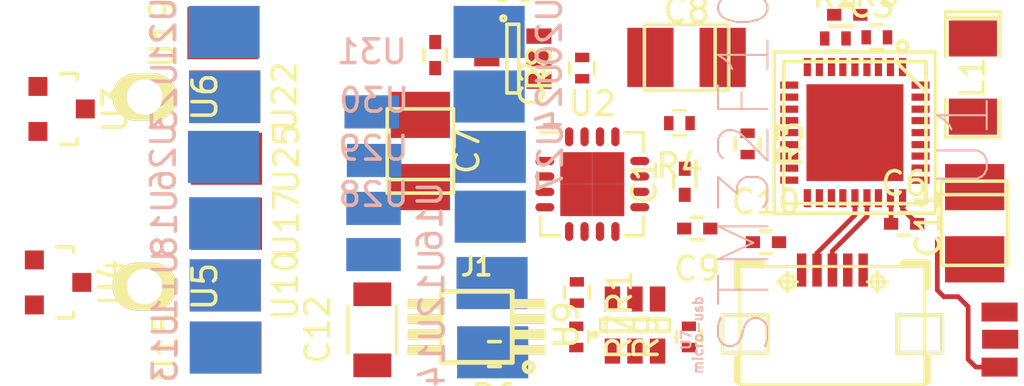
<source format=kicad_pcb>
(kicad_pcb (version 4) (host pcbnew 4.0.2-stable)

  (general
    (links 101)
    (no_connects 97)
    (area 72.925 149.012645 119.59 170.42119)
    (thickness 1.6)
    (drawings 8)
    (tracks 17)
    (zones 0)
    (modules 55)
    (nets 35)
  )

  (page A4)
  (layers
    (0 F.Cu signal)
    (31 B.Cu signal)
    (32 B.Adhes user hide)
    (33 F.Adhes user hide)
    (34 B.Paste user hide)
    (35 F.Paste user hide)
    (36 B.SilkS user hide)
    (37 F.SilkS user hide)
    (38 B.Mask user hide)
    (39 F.Mask user hide)
    (40 Dwgs.User user hide)
    (41 Cmts.User user hide)
    (42 Eco1.User user hide)
    (43 Eco2.User user)
    (44 Edge.Cuts user)
    (45 Margin user)
    (46 B.CrtYd user)
    (47 F.CrtYd user hide)
    (48 B.Fab user hide)
    (49 F.Fab user)
  )

  (setup
    (last_trace_width 0.2)
    (user_trace_width 0.1)
    (user_trace_width 0.15)
    (user_trace_width 0.2)
    (user_trace_width 0.25)
    (user_trace_width 0.3)
    (user_trace_width 0.4)
    (trace_clearance 0.2)
    (zone_clearance 0.508)
    (zone_45_only no)
    (trace_min 0.1)
    (segment_width 0.2)
    (edge_width 0.15)
    (via_size 0.6)
    (via_drill 0.4)
    (via_min_size 0.4)
    (via_min_drill 0.3)
    (user_via 0.6 0.3)
    (uvia_size 0.3)
    (uvia_drill 0.1)
    (uvias_allowed no)
    (uvia_min_size 0.2)
    (uvia_min_drill 0.1)
    (pcb_text_width 0.3)
    (pcb_text_size 1.5 1.5)
    (mod_edge_width 0.15)
    (mod_text_size 1 1)
    (mod_text_width 0.15)
    (pad_size 2.2 3)
    (pad_drill 0)
    (pad_to_mask_clearance 0.2)
    (aux_axis_origin 0 0)
    (grid_origin 90 163)
    (visible_elements 7FFFFE19)
    (pcbplotparams
      (layerselection 0x00030_80000001)
      (usegerberextensions false)
      (excludeedgelayer true)
      (linewidth 0.100000)
      (plotframeref false)
      (viasonmask false)
      (mode 1)
      (useauxorigin false)
      (hpglpennumber 1)
      (hpglpenspeed 20)
      (hpglpendiameter 15)
      (hpglpenoverlay 2)
      (psnegative false)
      (psa4output false)
      (plotreference true)
      (plotvalue true)
      (plotinvisibletext false)
      (padsonsilk false)
      (subtractmaskfromsilk false)
      (outputformat 1)
      (mirror false)
      (drillshape 1)
      (scaleselection 1)
      (outputdirectory ""))
  )

  (net 0 "")
  (net 1 "Net-(C1-Pad1)")
  (net 2 "Net-(C1-Pad2)")
  (net 3 "Net-(C2-Pad1)")
  (net 4 +8V)
  (net 5 "Net-(C3-Pad1)")
  (net 6 GND)
  (net 7 +3V3)
  (net 8 VBUS)
  (net 9 MCU_RXD0)
  (net 10 DIR)
  (net 11 MCU_TXD0)
  (net 12 "Net-(R1-Pad1)")
  (net 13 ADC)
  (net 14 nSLEEP)
  (net 15 nFAULT)
  (net 16 "Net-(R5-Pad1)")
  (net 17 "Net-(R8-Pad1)")
  (net 18 "Net-(R9-Pad1)")
  (net 19 PWM)
  (net 20 IN1)
  (net 21 IN2)
  (net 22 HALL2)
  (net 23 HALL1)
  (net 24 "Net-(U2-Pad6)")
  (net 25 "Net-(U2-Pad9)")
  (net 26 A)
  (net 27 B)
  (net 28 D-)
  (net 29 D+)
  (net 30 "Net-(U10-Pad1)")
  (net 31 OUT2)
  (net 32 OUT1)
  (net 33 SWDIO)
  (net 34 SWCLK)

  (net_class Default "To jest domyślna klasa połączeń."
    (clearance 0.2)
    (trace_width 0.25)
    (via_dia 0.6)
    (via_drill 0.4)
    (uvia_dia 0.3)
    (uvia_drill 0.1)
    (add_net +3V3)
    (add_net +8V)
    (add_net A)
    (add_net ADC)
    (add_net B)
    (add_net D+)
    (add_net D-)
    (add_net DIR)
    (add_net GND)
    (add_net HALL1)
    (add_net HALL2)
    (add_net IN1)
    (add_net IN2)
    (add_net MCU_RXD0)
    (add_net MCU_TXD0)
    (add_net "Net-(C1-Pad1)")
    (add_net "Net-(C1-Pad2)")
    (add_net "Net-(C2-Pad1)")
    (add_net "Net-(C3-Pad1)")
    (add_net "Net-(R1-Pad1)")
    (add_net "Net-(R5-Pad1)")
    (add_net "Net-(R8-Pad1)")
    (add_net "Net-(R9-Pad1)")
    (add_net "Net-(U10-Pad1)")
    (add_net "Net-(U2-Pad6)")
    (add_net "Net-(U2-Pad9)")
    (add_net OUT1)
    (add_net OUT2)
    (add_net PWM)
    (add_net SWCLK)
    (add_net SWDIO)
    (add_net VBUS)
    (add_net nFAULT)
    (add_net nSLEEP)
  )

  (module stm32f103t8u:untitled-QFN50P600X600X100-37N (layer F.Cu) (tedit 200000) (tstamp 577B22F3)
    (at 109.95 157.5 270)
    (path /577A59CC)
    (attr smd)
    (fp_text reference U1 (at 0.3556 -4.5974 270) (layer B.SilkS)
      (effects (font (size 2.0828 2.0828) (thickness 0.0889)))
    )
    (fp_text value STM32F103 (at 0.5842 4.6482 270) (layer B.SilkS)
      (effects (font (size 2.0828 2.0828) (thickness 0.0889)))
    )
    (fp_line (start 3.4036 3.4036) (end -3.4036 3.4036) (layer F.SilkS) (width 0.1524))
    (fp_line (start -3.4036 3.4036) (end -3.4036 -3.4036) (layer F.SilkS) (width 0.1524))
    (fp_line (start -3.4036 -3.4036) (end 3.4036 -3.4036) (layer F.SilkS) (width 0.1524))
    (fp_line (start 3.4036 -3.4036) (end 3.4036 3.4036) (layer F.SilkS) (width 0.1524))
    (fp_line (start 2.9972 -2.4892) (end 2.9972 -2.9972) (layer F.SilkS) (width 0.1524))
    (fp_line (start 2.4892 2.9972) (end 2.9972 2.9972) (layer F.SilkS) (width 0.1524))
    (fp_line (start -2.9972 2.4892) (end -2.9972 2.9972) (layer F.SilkS) (width 0.1524))
    (fp_line (start -2.4892 -2.9972) (end -2.9972 -2.9972) (layer F.SilkS) (width 0.1524))
    (fp_line (start -2.9972 2.9972) (end -2.4892 2.9972) (layer F.SilkS) (width 0.1524))
    (fp_line (start 2.9972 2.9972) (end 2.9972 2.4892) (layer F.SilkS) (width 0.1524))
    (fp_line (start 2.9972 -2.9972) (end 2.4892 -2.9972) (layer F.SilkS) (width 0.1524))
    (fp_line (start -2.9972 -2.9972) (end -2.9972 -2.4892) (layer F.SilkS) (width 0.1524))
    (fp_line (start -2.9972 -1.7272) (end -1.7272 -2.9972) (layer F.SilkS) (width 0.1524))
    (fp_line (start -2.9972 2.9972) (end 2.9972 2.9972) (layer F.SilkS) (width 0.1524))
    (fp_line (start 2.9972 2.9972) (end 2.9972 -2.9972) (layer F.SilkS) (width 0.1524))
    (fp_line (start 2.9972 -2.9972) (end -2.9972 -2.9972) (layer F.SilkS) (width 0.1524))
    (fp_line (start -2.9972 -2.9972) (end -2.9972 2.9972) (layer F.SilkS) (width 0.1524))
    (fp_arc (start -3.65506 -1.9939) (end -3.4798 -1.8796) (angle 294) (layer F.SilkS) (width 0.1524))
    (fp_arc (start -3.6576 -2.0066) (end -3.4544 -2.0066) (angle 180) (layer F.SilkS) (width 0.1524))
    (fp_arc (start -3.6576 -2.0066) (end -3.8608 -2.0066) (angle 180) (layer F.SilkS) (width 0.1524))
    (pad 1 smd rect (at -2.7686 -2.0066 270) (size 0.762 0.3048) (layers F.Cu F.Paste F.Mask)
      (net 7 +3V3))
    (pad 2 smd rect (at -2.7686 -1.4986 270) (size 0.762 0.3048) (layers F.Cu F.Paste F.Mask))
    (pad 3 smd rect (at -2.7686 -0.9906 270) (size 0.762 0.3048) (layers F.Cu F.Paste F.Mask))
    (pad 4 smd rect (at -2.7686 -0.508 270) (size 0.762 0.3048) (layers F.Cu F.Paste F.Mask)
      (net 16 "Net-(R5-Pad1)"))
    (pad 5 smd rect (at -2.7686 0 270) (size 0.762 0.3048) (layers F.Cu F.Paste F.Mask)
      (net 6 GND))
    (pad 6 smd rect (at -2.7686 0.508 270) (size 0.762 0.3048) (layers F.Cu F.Paste F.Mask)
      (net 5 "Net-(C3-Pad1)"))
    (pad 7 smd rect (at -2.7686 0.9906 270) (size 0.762 0.3048) (layers F.Cu F.Paste F.Mask))
    (pad 8 smd rect (at -2.7686 1.4986 270) (size 0.762 0.3048) (layers F.Cu F.Paste F.Mask)
      (net 13 ADC))
    (pad 9 smd rect (at -2.7686 2.0066 270) (size 0.762 0.3048) (layers F.Cu F.Paste F.Mask))
    (pad 10 smd rect (at -2.0066 2.7686) (size 0.762 0.3048) (layers F.Cu F.Paste F.Mask)
      (net 21 IN2))
    (pad 11 smd rect (at -1.4986 2.7686) (size 0.762 0.3048) (layers F.Cu F.Paste F.Mask)
      (net 20 IN1))
    (pad 12 smd rect (at -0.9906 2.7686) (size 0.762 0.3048) (layers F.Cu F.Paste F.Mask)
      (net 10 DIR))
    (pad 13 smd rect (at -0.508 2.7686) (size 0.762 0.3048) (layers F.Cu F.Paste F.Mask)
      (net 15 nFAULT))
    (pad 14 smd rect (at 0 2.7686) (size 0.762 0.3048) (layers F.Cu F.Paste F.Mask)
      (net 14 nSLEEP))
    (pad 15 smd rect (at 0.508 2.7686) (size 0.762 0.3048) (layers F.Cu F.Paste F.Mask))
    (pad 16 smd rect (at 0.9906 2.7686) (size 0.762 0.3048) (layers F.Cu F.Paste F.Mask))
    (pad 17 smd rect (at 1.4986 2.7686) (size 0.762 0.3048) (layers F.Cu F.Paste F.Mask))
    (pad 18 smd rect (at 2.0066 2.7686) (size 0.762 0.3048) (layers F.Cu F.Paste F.Mask)
      (net 6 GND))
    (pad 19 smd rect (at 2.7686 2.0066 90) (size 0.762 0.3048) (layers F.Cu F.Paste F.Mask)
      (net 7 +3V3))
    (pad 20 smd rect (at 2.7686 1.4986 90) (size 0.762 0.3048) (layers F.Cu F.Paste F.Mask)
      (net 19 PWM))
    (pad 21 smd rect (at 2.7686 0.9906 90) (size 0.762 0.3048) (layers F.Cu F.Paste F.Mask)
      (net 11 MCU_TXD0))
    (pad 22 smd rect (at 2.7686 0.508 90) (size 0.762 0.3048) (layers F.Cu F.Paste F.Mask)
      (net 9 MCU_RXD0))
    (pad 23 smd rect (at 2.7686 0 90) (size 0.762 0.3048) (layers F.Cu F.Paste F.Mask)
      (net 28 D-))
    (pad 24 smd rect (at 2.7686 -0.508 90) (size 0.762 0.3048) (layers F.Cu F.Paste F.Mask)
      (net 29 D+))
    (pad 25 smd rect (at 2.7686 -0.9906 90) (size 0.762 0.3048) (layers F.Cu F.Paste F.Mask)
      (net 33 SWDIO))
    (pad 26 smd rect (at 2.7686 -1.4986 90) (size 0.762 0.3048) (layers F.Cu F.Paste F.Mask)
      (net 6 GND))
    (pad 27 smd rect (at 2.7686 -2.0066 90) (size 0.762 0.3048) (layers F.Cu F.Paste F.Mask)
      (net 7 +3V3))
    (pad 28 smd rect (at 2.0066 -2.7686 180) (size 0.762 0.3048) (layers F.Cu F.Paste F.Mask)
      (net 34 SWCLK))
    (pad 29 smd rect (at 1.4986 -2.7686 180) (size 0.762 0.3048) (layers F.Cu F.Paste F.Mask))
    (pad 30 smd rect (at 0.9906 -2.7686 180) (size 0.762 0.3048) (layers F.Cu F.Paste F.Mask))
    (pad 31 smd rect (at 0.508 -2.7686 180) (size 0.762 0.3048) (layers F.Cu F.Paste F.Mask))
    (pad 32 smd rect (at 0 -2.7686 180) (size 0.762 0.3048) (layers F.Cu F.Paste F.Mask))
    (pad 33 smd rect (at -0.508 -2.7686 180) (size 0.762 0.3048) (layers F.Cu F.Paste F.Mask)
      (net 22 HALL2))
    (pad 34 smd rect (at -0.9906 -2.7686 180) (size 0.762 0.3048) (layers F.Cu F.Paste F.Mask)
      (net 23 HALL1))
    (pad 35 smd rect (at -1.4986 -2.7686 180) (size 0.762 0.3048) (layers F.Cu F.Paste F.Mask))
    (pad 36 smd rect (at -2.0066 -2.7686 180) (size 0.762 0.3048) (layers F.Cu F.Paste F.Mask)
      (net 6 GND))
    (pad 37 smd rect (at 0 0 270) (size 4.0894 4.0894) (layers F.Cu F.Paste F.Mask))
  )

  (module Capacitors_SMD:C_0402 (layer F.Cu) (tedit 5415D599) (tstamp 57923AEA)
    (at 102.775 159.575 90)
    (descr "Capacitor SMD 0402, reflow soldering, AVX (see smccp.pdf)")
    (tags "capacitor 0402")
    (path /577A7895)
    (attr smd)
    (fp_text reference C1 (at 0 -1.7 90) (layer F.SilkS)
      (effects (font (size 1 1) (thickness 0.15)))
    )
    (fp_text value C_Small (at 0 1.7 90) (layer F.Fab)
      (effects (font (size 1 1) (thickness 0.15)))
    )
    (fp_line (start -1.15 -0.6) (end 1.15 -0.6) (layer F.CrtYd) (width 0.05))
    (fp_line (start -1.15 0.6) (end 1.15 0.6) (layer F.CrtYd) (width 0.05))
    (fp_line (start -1.15 -0.6) (end -1.15 0.6) (layer F.CrtYd) (width 0.05))
    (fp_line (start 1.15 -0.6) (end 1.15 0.6) (layer F.CrtYd) (width 0.05))
    (fp_line (start 0.25 -0.475) (end -0.25 -0.475) (layer F.SilkS) (width 0.15))
    (fp_line (start -0.25 0.475) (end 0.25 0.475) (layer F.SilkS) (width 0.15))
    (pad 1 smd rect (at -0.55 0 90) (size 0.6 0.5) (layers F.Cu F.Paste F.Mask)
      (net 1 "Net-(C1-Pad1)"))
    (pad 2 smd rect (at 0.55 0 90) (size 0.6 0.5) (layers F.Cu F.Paste F.Mask)
      (net 2 "Net-(C1-Pad2)"))
    (model Capacitors_SMD.3dshapes/C_0402.wrl
      (at (xyz 0 0 0))
      (scale (xyz 1 1 1))
      (rotate (xyz 0 0 0))
    )
  )

  (module Capacitors_SMD:C_0402 (layer F.Cu) (tedit 5790B26D) (tstamp 57923AF0)
    (at 92.25 154.225 90)
    (descr "Capacitor SMD 0402, reflow soldering, AVX (see smccp.pdf)")
    (tags "capacitor 0402")
    (path /577A7916)
    (attr smd)
    (fp_text reference C2 (at -1.225 4.1 90) (layer F.SilkS)
      (effects (font (size 1 1) (thickness 0.15)))
    )
    (fp_text value C_Small (at 0 1.7 90) (layer F.Fab)
      (effects (font (size 1 1) (thickness 0.15)))
    )
    (fp_line (start -1.15 -0.6) (end 1.15 -0.6) (layer F.CrtYd) (width 0.05))
    (fp_line (start -1.15 0.6) (end 1.15 0.6) (layer F.CrtYd) (width 0.05))
    (fp_line (start -1.15 -0.6) (end -1.15 0.6) (layer F.CrtYd) (width 0.05))
    (fp_line (start 1.15 -0.6) (end 1.15 0.6) (layer F.CrtYd) (width 0.05))
    (fp_line (start 0.25 -0.475) (end -0.25 -0.475) (layer F.SilkS) (width 0.15))
    (fp_line (start -0.25 0.475) (end 0.25 0.475) (layer F.SilkS) (width 0.15))
    (pad 1 smd rect (at -0.55 0 90) (size 0.6 0.5) (layers F.Cu F.Paste F.Mask)
      (net 3 "Net-(C2-Pad1)"))
    (pad 2 smd rect (at 0.55 0 90) (size 0.6 0.5) (layers F.Cu F.Paste F.Mask)
      (net 4 +8V))
    (model Capacitors_SMD.3dshapes/C_0402.wrl
      (at (xyz 0 0 0))
      (scale (xyz 1 1 1))
      (rotate (xyz 0 0 0))
    )
  )

  (module Capacitors_SMD:C_0402 (layer F.Cu) (tedit 5796138D) (tstamp 57923AF6)
    (at 109.625 152.525)
    (descr "Capacitor SMD 0402, reflow soldering, AVX (see smccp.pdf)")
    (tags "capacitor 0402")
    (path /577A7A9A)
    (attr smd)
    (fp_text reference C3 (at 1.025 -0.4) (layer F.SilkS)
      (effects (font (size 1 1) (thickness 0.15)))
    )
    (fp_text value C_Small (at 0 1.7) (layer F.Fab)
      (effects (font (size 1 1) (thickness 0.15)))
    )
    (fp_line (start -1.15 -0.6) (end 1.15 -0.6) (layer F.CrtYd) (width 0.05))
    (fp_line (start -1.15 0.6) (end 1.15 0.6) (layer F.CrtYd) (width 0.05))
    (fp_line (start -1.15 -0.6) (end -1.15 0.6) (layer F.CrtYd) (width 0.05))
    (fp_line (start 1.15 -0.6) (end 1.15 0.6) (layer F.CrtYd) (width 0.05))
    (fp_line (start 0.25 -0.475) (end -0.25 -0.475) (layer F.SilkS) (width 0.15))
    (fp_line (start -0.25 0.475) (end 0.25 0.475) (layer F.SilkS) (width 0.15))
    (pad 1 smd rect (at -0.55 0) (size 0.6 0.5) (layers F.Cu F.Paste F.Mask)
      (net 5 "Net-(C3-Pad1)"))
    (pad 2 smd rect (at 0.55 0) (size 0.6 0.5) (layers F.Cu F.Paste F.Mask)
      (net 6 GND))
    (model Capacitors_SMD.3dshapes/C_0402.wrl
      (at (xyz 0 0 0))
      (scale (xyz 1 1 1))
      (rotate (xyz 0 0 0))
    )
  )

  (module Capacitors_SMD:C_0402 (layer F.Cu) (tedit 5415D599) (tstamp 57923B08)
    (at 112.025 161.35)
    (descr "Capacitor SMD 0402, reflow soldering, AVX (see smccp.pdf)")
    (tags "capacitor 0402")
    (path /577D7C5A)
    (attr smd)
    (fp_text reference C6 (at 0 -1.7) (layer F.SilkS)
      (effects (font (size 1 1) (thickness 0.15)))
    )
    (fp_text value C_Small (at 0 1.7) (layer F.Fab)
      (effects (font (size 1 1) (thickness 0.15)))
    )
    (fp_line (start -1.15 -0.6) (end 1.15 -0.6) (layer F.CrtYd) (width 0.05))
    (fp_line (start -1.15 0.6) (end 1.15 0.6) (layer F.CrtYd) (width 0.05))
    (fp_line (start -1.15 -0.6) (end -1.15 0.6) (layer F.CrtYd) (width 0.05))
    (fp_line (start 1.15 -0.6) (end 1.15 0.6) (layer F.CrtYd) (width 0.05))
    (fp_line (start 0.25 -0.475) (end -0.25 -0.475) (layer F.SilkS) (width 0.15))
    (fp_line (start -0.25 0.475) (end 0.25 0.475) (layer F.SilkS) (width 0.15))
    (pad 1 smd rect (at -0.55 0) (size 0.6 0.5) (layers F.Cu F.Paste F.Mask)
      (net 6 GND))
    (pad 2 smd rect (at 0.55 0) (size 0.6 0.5) (layers F.Cu F.Paste F.Mask)
      (net 7 +3V3))
    (model Capacitors_SMD.3dshapes/C_0402.wrl
      (at (xyz 0 0 0))
      (scale (xyz 1 1 1))
      (rotate (xyz 0 0 0))
    )
  )

  (module Capacitors_SMD:C_0402 (layer F.Cu) (tedit 5415D599) (tstamp 57923B1A)
    (at 103.3 161.55 180)
    (descr "Capacitor SMD 0402, reflow soldering, AVX (see smccp.pdf)")
    (tags "capacitor 0402")
    (path /578FDA3B)
    (attr smd)
    (fp_text reference C9 (at 0 -1.7 180) (layer F.SilkS)
      (effects (font (size 1 1) (thickness 0.15)))
    )
    (fp_text value C_Small (at 0 1.7 180) (layer F.Fab)
      (effects (font (size 1 1) (thickness 0.15)))
    )
    (fp_line (start -1.15 -0.6) (end 1.15 -0.6) (layer F.CrtYd) (width 0.05))
    (fp_line (start -1.15 0.6) (end 1.15 0.6) (layer F.CrtYd) (width 0.05))
    (fp_line (start -1.15 -0.6) (end -1.15 0.6) (layer F.CrtYd) (width 0.05))
    (fp_line (start 1.15 -0.6) (end 1.15 0.6) (layer F.CrtYd) (width 0.05))
    (fp_line (start 0.25 -0.475) (end -0.25 -0.475) (layer F.SilkS) (width 0.15))
    (fp_line (start -0.25 0.475) (end 0.25 0.475) (layer F.SilkS) (width 0.15))
    (pad 1 smd rect (at -0.55 0 180) (size 0.6 0.5) (layers F.Cu F.Paste F.Mask)
      (net 6 GND))
    (pad 2 smd rect (at 0.55 0 180) (size 0.6 0.5) (layers F.Cu F.Paste F.Mask)
      (net 4 +8V))
    (model Capacitors_SMD.3dshapes/C_0402.wrl
      (at (xyz 0 0 0))
      (scale (xyz 1 1 1))
      (rotate (xyz 0 0 0))
    )
  )

  (module Capacitors_SMD:C_0402 (layer F.Cu) (tedit 5415D599) (tstamp 57923B20)
    (at 106.2 162.125)
    (descr "Capacitor SMD 0402, reflow soldering, AVX (see smccp.pdf)")
    (tags "capacitor 0402")
    (path /577D150E)
    (attr smd)
    (fp_text reference C10 (at 0 -1.7) (layer F.SilkS)
      (effects (font (size 1 1) (thickness 0.15)))
    )
    (fp_text value C_Small (at 0 1.7) (layer F.Fab)
      (effects (font (size 1 1) (thickness 0.15)))
    )
    (fp_line (start -1.15 -0.6) (end 1.15 -0.6) (layer F.CrtYd) (width 0.05))
    (fp_line (start -1.15 0.6) (end 1.15 0.6) (layer F.CrtYd) (width 0.05))
    (fp_line (start -1.15 -0.6) (end -1.15 0.6) (layer F.CrtYd) (width 0.05))
    (fp_line (start 1.15 -0.6) (end 1.15 0.6) (layer F.CrtYd) (width 0.05))
    (fp_line (start 0.25 -0.475) (end -0.25 -0.475) (layer F.SilkS) (width 0.15))
    (fp_line (start -0.25 0.475) (end 0.25 0.475) (layer F.SilkS) (width 0.15))
    (pad 1 smd rect (at -0.55 0) (size 0.6 0.5) (layers F.Cu F.Paste F.Mask)
      (net 6 GND))
    (pad 2 smd rect (at 0.55 0) (size 0.6 0.5) (layers F.Cu F.Paste F.Mask)
      (net 8 VBUS))
    (model Capacitors_SMD.3dshapes/C_0402.wrl
      (at (xyz 0 0 0))
      (scale (xyz 1 1 1))
      (rotate (xyz 0 0 0))
    )
  )

  (module SN65HVD3082EDGK:VSSOP8_P0.65mm_W3mm (layer F.Cu) (tedit 579613D7) (tstamp 57923B38)
    (at 94 165.7 180)
    (path /577BF6CC)
    (solder_mask_margin 0.0762)
    (solder_paste_margin -0.0254)
    (attr smd)
    (fp_text reference J1 (at 0 2.54 180) (layer F.SilkS)
      (effects (font (size 0.762 0.762) (thickness 0.1524)))
    )
    (fp_text value SN65HVD3082EDGK (at 0 -3.6 180) (layer F.SilkS) hide
      (effects (font (size 0.762 0.762) (thickness 0.1524)))
    )
    (fp_circle (center -2.2 -1.7) (end -2.2 -1.5) (layer F.SilkS) (width 0.2032))
    (fp_line (start -1 -1.5) (end -1.5 -1.5) (layer F.SilkS) (width 0.2032))
    (fp_line (start -1.5 -1.5) (end -1.5 -1) (layer F.SilkS) (width 0.2032))
    (fp_line (start -1 -1.5) (end 1.5 -1.5) (layer F.SilkS) (width 0.2032))
    (fp_line (start -1.5 -1) (end -1.5 1.5) (layer F.SilkS) (width 0.2032))
    (fp_line (start -1.5 1.5) (end 1.5 1.5) (layer F.SilkS) (width 0.2032))
    (fp_line (start 1.5 1.5) (end 1.5 -1.5) (layer F.SilkS) (width 0.2032))
    (pad 1 smd rect (at -2.2 -0.975 180) (size 1.4 0.4) (layers F.Cu F.Paste F.SilkS F.Mask)
      (net 9 MCU_RXD0))
    (pad 2 smd rect (at -2.2 -0.325 180) (size 1.4 0.4) (layers F.Cu F.Paste F.SilkS F.Mask)
      (net 10 DIR))
    (pad 3 smd rect (at -2.2 0.325 180) (size 1.4 0.4) (layers F.Cu F.Paste F.SilkS F.Mask)
      (net 10 DIR))
    (pad 4 smd rect (at -2.2 0.975 180) (size 1.4 0.4) (layers F.Cu F.Paste F.SilkS F.Mask)
      (net 11 MCU_TXD0))
    (pad 5 smd rect (at 2.2 0.975 180) (size 1.4 0.4) (layers F.Cu F.Paste F.SilkS F.Mask)
      (net 6 GND))
    (pad 6 smd rect (at 2.2 0.325 180) (size 1.4 0.4) (layers F.Cu F.Paste F.SilkS F.Mask)
      (net 26 A))
    (pad 7 smd rect (at 2.2 -0.325 180) (size 1.4 0.4) (layers F.Cu F.Paste F.SilkS F.Mask)
      (net 27 B))
    (pad 8 smd rect (at 2.2 -0.975 180) (size 1.4 0.4) (layers F.Cu F.Paste F.SilkS F.Mask)
      (net 7 +3V3))
  )

  (module SMD_Packages:SMD-1206_Pol (layer F.Cu) (tedit 0) (tstamp 57923B3E)
    (at 114.925 155.175 270)
    (path /577A71BE)
    (attr smd)
    (fp_text reference L1 (at 0 0 270) (layer F.SilkS)
      (effects (font (size 1 1) (thickness 0.15)))
    )
    (fp_text value L_Small (at 0 0 270) (layer F.Fab)
      (effects (font (size 1 1) (thickness 0.15)))
    )
    (fp_line (start -2.54 -1.143) (end -2.794 -1.143) (layer F.SilkS) (width 0.15))
    (fp_line (start -2.794 -1.143) (end -2.794 1.143) (layer F.SilkS) (width 0.15))
    (fp_line (start -2.794 1.143) (end -2.54 1.143) (layer F.SilkS) (width 0.15))
    (fp_line (start -2.54 -1.143) (end -2.54 1.143) (layer F.SilkS) (width 0.15))
    (fp_line (start -2.54 1.143) (end -0.889 1.143) (layer F.SilkS) (width 0.15))
    (fp_line (start 0.889 -1.143) (end 2.54 -1.143) (layer F.SilkS) (width 0.15))
    (fp_line (start 2.54 -1.143) (end 2.54 1.143) (layer F.SilkS) (width 0.15))
    (fp_line (start 2.54 1.143) (end 0.889 1.143) (layer F.SilkS) (width 0.15))
    (fp_line (start -0.889 -1.143) (end -2.54 -1.143) (layer F.SilkS) (width 0.15))
    (pad 1 smd rect (at -1.651 0 270) (size 1.524 2.032) (layers F.Cu F.Paste F.Mask)
      (net 7 +3V3))
    (pad 2 smd rect (at 1.651 0 270) (size 1.524 2.032) (layers F.Cu F.Paste F.Mask)
      (net 5 "Net-(C3-Pad1)"))
    (model SMD_Packages.3dshapes/SMD-1206_Pol.wrl
      (at (xyz 0 0 0))
      (scale (xyz 0.17 0.16 0.16))
      (rotate (xyz 0 0 0))
    )
  )

  (module Resistors_SMD:R_0402 (layer F.Cu) (tedit 5415CBB8) (tstamp 57923B44)
    (at 98.225 164.25 270)
    (descr "Resistor SMD 0402, reflow soldering, Vishay (see dcrcw.pdf)")
    (tags "resistor 0402")
    (path /577C1B57)
    (attr smd)
    (fp_text reference R1 (at 0 -1.8 270) (layer F.SilkS)
      (effects (font (size 1 1) (thickness 0.15)))
    )
    (fp_text value R (at 0 1.8 270) (layer F.Fab)
      (effects (font (size 1 1) (thickness 0.15)))
    )
    (fp_line (start -0.95 -0.65) (end 0.95 -0.65) (layer F.CrtYd) (width 0.05))
    (fp_line (start -0.95 0.65) (end 0.95 0.65) (layer F.CrtYd) (width 0.05))
    (fp_line (start -0.95 -0.65) (end -0.95 0.65) (layer F.CrtYd) (width 0.05))
    (fp_line (start 0.95 -0.65) (end 0.95 0.65) (layer F.CrtYd) (width 0.05))
    (fp_line (start 0.25 -0.525) (end -0.25 -0.525) (layer F.SilkS) (width 0.15))
    (fp_line (start -0.25 0.525) (end 0.25 0.525) (layer F.SilkS) (width 0.15))
    (pad 1 smd rect (at -0.45 0 270) (size 0.4 0.6) (layers F.Cu F.Paste F.Mask)
      (net 12 "Net-(R1-Pad1)"))
    (pad 2 smd rect (at 0.45 0 270) (size 0.4 0.6) (layers F.Cu F.Paste F.Mask)
      (net 6 GND))
    (model Resistors_SMD.3dshapes/R_0402.wrl
      (at (xyz 0 0 0))
      (scale (xyz 1 1 1))
      (rotate (xyz 0 0 0))
    )
  )

  (module Resistors_SMD:R_0402 (layer F.Cu) (tedit 5415CBB8) (tstamp 57923B4A)
    (at 109.125 153.525)
    (descr "Resistor SMD 0402, reflow soldering, Vishay (see dcrcw.pdf)")
    (tags "resistor 0402")
    (path /577C137A)
    (attr smd)
    (fp_text reference R2 (at 0 -1.8) (layer F.SilkS)
      (effects (font (size 1 1) (thickness 0.15)))
    )
    (fp_text value R (at 0 1.8) (layer F.Fab)
      (effects (font (size 1 1) (thickness 0.15)))
    )
    (fp_line (start -0.95 -0.65) (end 0.95 -0.65) (layer F.CrtYd) (width 0.05))
    (fp_line (start -0.95 0.65) (end 0.95 0.65) (layer F.CrtYd) (width 0.05))
    (fp_line (start -0.95 -0.65) (end -0.95 0.65) (layer F.CrtYd) (width 0.05))
    (fp_line (start 0.95 -0.65) (end 0.95 0.65) (layer F.CrtYd) (width 0.05))
    (fp_line (start 0.25 -0.525) (end -0.25 -0.525) (layer F.SilkS) (width 0.15))
    (fp_line (start -0.25 0.525) (end 0.25 0.525) (layer F.SilkS) (width 0.15))
    (pad 1 smd rect (at -0.45 0) (size 0.4 0.6) (layers F.Cu F.Paste F.Mask)
      (net 13 ADC))
    (pad 2 smd rect (at 0.45 0) (size 0.4 0.6) (layers F.Cu F.Paste F.Mask)
      (net 6 GND))
    (model Resistors_SMD.3dshapes/R_0402.wrl
      (at (xyz 0 0 0))
      (scale (xyz 1 1 1))
      (rotate (xyz 0 0 0))
    )
  )

  (module Resistors_SMD:R_0402 (layer F.Cu) (tedit 5415CBB8) (tstamp 57923B50)
    (at 105.425 157.975 270)
    (descr "Resistor SMD 0402, reflow soldering, Vishay (see dcrcw.pdf)")
    (tags "resistor 0402")
    (path /577C2EC8)
    (attr smd)
    (fp_text reference R3 (at 0 -1.8 270) (layer F.SilkS)
      (effects (font (size 1 1) (thickness 0.15)))
    )
    (fp_text value R (at 0 1.8 270) (layer F.Fab)
      (effects (font (size 1 1) (thickness 0.15)))
    )
    (fp_line (start -0.95 -0.65) (end 0.95 -0.65) (layer F.CrtYd) (width 0.05))
    (fp_line (start -0.95 0.65) (end 0.95 0.65) (layer F.CrtYd) (width 0.05))
    (fp_line (start -0.95 -0.65) (end -0.95 0.65) (layer F.CrtYd) (width 0.05))
    (fp_line (start 0.95 -0.65) (end 0.95 0.65) (layer F.CrtYd) (width 0.05))
    (fp_line (start 0.25 -0.525) (end -0.25 -0.525) (layer F.SilkS) (width 0.15))
    (fp_line (start -0.25 0.525) (end 0.25 0.525) (layer F.SilkS) (width 0.15))
    (pad 1 smd rect (at -0.45 0 270) (size 0.4 0.6) (layers F.Cu F.Paste F.Mask)
      (net 14 nSLEEP))
    (pad 2 smd rect (at 0.45 0 270) (size 0.4 0.6) (layers F.Cu F.Paste F.Mask)
      (net 7 +3V3))
    (model Resistors_SMD.3dshapes/R_0402.wrl
      (at (xyz 0 0 0))
      (scale (xyz 1 1 1))
      (rotate (xyz 0 0 0))
    )
  )

  (module Resistors_SMD:R_0402 (layer F.Cu) (tedit 5415CBB8) (tstamp 57923B56)
    (at 102.55 157.1 180)
    (descr "Resistor SMD 0402, reflow soldering, Vishay (see dcrcw.pdf)")
    (tags "resistor 0402")
    (path /577C32CB)
    (attr smd)
    (fp_text reference R4 (at 0 -1.8 180) (layer F.SilkS)
      (effects (font (size 1 1) (thickness 0.15)))
    )
    (fp_text value R (at 0 1.8 180) (layer F.Fab)
      (effects (font (size 1 1) (thickness 0.15)))
    )
    (fp_line (start -0.95 -0.65) (end 0.95 -0.65) (layer F.CrtYd) (width 0.05))
    (fp_line (start -0.95 0.65) (end 0.95 0.65) (layer F.CrtYd) (width 0.05))
    (fp_line (start -0.95 -0.65) (end -0.95 0.65) (layer F.CrtYd) (width 0.05))
    (fp_line (start 0.95 -0.65) (end 0.95 0.65) (layer F.CrtYd) (width 0.05))
    (fp_line (start 0.25 -0.525) (end -0.25 -0.525) (layer F.SilkS) (width 0.15))
    (fp_line (start -0.25 0.525) (end 0.25 0.525) (layer F.SilkS) (width 0.15))
    (pad 1 smd rect (at -0.45 0 180) (size 0.4 0.6) (layers F.Cu F.Paste F.Mask)
      (net 15 nFAULT))
    (pad 2 smd rect (at 0.45 0 180) (size 0.4 0.6) (layers F.Cu F.Paste F.Mask)
      (net 7 +3V3))
    (model Resistors_SMD.3dshapes/R_0402.wrl
      (at (xyz 0 0 0))
      (scale (xyz 1 1 1))
      (rotate (xyz 0 0 0))
    )
  )

  (module Resistors_SMD:R_0402 (layer F.Cu) (tedit 5415CBB8) (tstamp 57923B5C)
    (at 110.875 153.475)
    (descr "Resistor SMD 0402, reflow soldering, Vishay (see dcrcw.pdf)")
    (tags "resistor 0402")
    (path /577A7347)
    (attr smd)
    (fp_text reference R5 (at 0 -1.8) (layer F.SilkS)
      (effects (font (size 1 1) (thickness 0.15)))
    )
    (fp_text value R (at 0 1.8) (layer F.Fab)
      (effects (font (size 1 1) (thickness 0.15)))
    )
    (fp_line (start -0.95 -0.65) (end 0.95 -0.65) (layer F.CrtYd) (width 0.05))
    (fp_line (start -0.95 0.65) (end 0.95 0.65) (layer F.CrtYd) (width 0.05))
    (fp_line (start -0.95 -0.65) (end -0.95 0.65) (layer F.CrtYd) (width 0.05))
    (fp_line (start 0.95 -0.65) (end 0.95 0.65) (layer F.CrtYd) (width 0.05))
    (fp_line (start 0.25 -0.525) (end -0.25 -0.525) (layer F.SilkS) (width 0.15))
    (fp_line (start -0.25 0.525) (end 0.25 0.525) (layer F.SilkS) (width 0.15))
    (pad 1 smd rect (at -0.45 0) (size 0.4 0.6) (layers F.Cu F.Paste F.Mask)
      (net 16 "Net-(R5-Pad1)"))
    (pad 2 smd rect (at 0.45 0) (size 0.4 0.6) (layers F.Cu F.Paste F.Mask))
    (model Resistors_SMD.3dshapes/R_0402.wrl
      (at (xyz 0 0 0))
      (scale (xyz 1 1 1))
      (rotate (xyz 0 0 0))
    )
  )

  (module Resistors_SMD:R_0402 (layer F.Cu) (tedit 5415CBB8) (tstamp 57923B62)
    (at 94.75 166.85 180)
    (descr "Resistor SMD 0402, reflow soldering, Vishay (see dcrcw.pdf)")
    (tags "resistor 0402")
    (path /577C6368)
    (attr smd)
    (fp_text reference R6 (at 0 -1.8 180) (layer F.SilkS)
      (effects (font (size 1 1) (thickness 0.15)))
    )
    (fp_text value R (at 0 1.8 180) (layer F.Fab)
      (effects (font (size 1 1) (thickness 0.15)))
    )
    (fp_line (start -0.95 -0.65) (end 0.95 -0.65) (layer F.CrtYd) (width 0.05))
    (fp_line (start -0.95 0.65) (end 0.95 0.65) (layer F.CrtYd) (width 0.05))
    (fp_line (start -0.95 -0.65) (end -0.95 0.65) (layer F.CrtYd) (width 0.05))
    (fp_line (start 0.95 -0.65) (end 0.95 0.65) (layer F.CrtYd) (width 0.05))
    (fp_line (start 0.25 -0.525) (end -0.25 -0.525) (layer F.SilkS) (width 0.15))
    (fp_line (start -0.25 0.525) (end 0.25 0.525) (layer F.SilkS) (width 0.15))
    (pad 1 smd rect (at -0.45 0 180) (size 0.4 0.6) (layers F.Cu F.Paste F.Mask)
      (net 9 MCU_RXD0))
    (pad 2 smd rect (at 0.45 0 180) (size 0.4 0.6) (layers F.Cu F.Paste F.Mask)
      (net 7 +3V3))
    (model Resistors_SMD.3dshapes/R_0402.wrl
      (at (xyz 0 0 0))
      (scale (xyz 1 1 1))
      (rotate (xyz 0 0 0))
    )
  )

  (module Resistors_SMD:R_0402 (layer F.Cu) (tedit 5415CBB8) (tstamp 57923B68)
    (at 98.2 166.125 270)
    (descr "Resistor SMD 0402, reflow soldering, Vishay (see dcrcw.pdf)")
    (tags "resistor 0402")
    (path /577C6912)
    (attr smd)
    (fp_text reference R7 (at 0 -1.8 270) (layer F.SilkS)
      (effects (font (size 1 1) (thickness 0.15)))
    )
    (fp_text value R (at 0 1.8 270) (layer F.Fab)
      (effects (font (size 1 1) (thickness 0.15)))
    )
    (fp_line (start -0.95 -0.65) (end 0.95 -0.65) (layer F.CrtYd) (width 0.05))
    (fp_line (start -0.95 0.65) (end 0.95 0.65) (layer F.CrtYd) (width 0.05))
    (fp_line (start -0.95 -0.65) (end -0.95 0.65) (layer F.CrtYd) (width 0.05))
    (fp_line (start 0.95 -0.65) (end 0.95 0.65) (layer F.CrtYd) (width 0.05))
    (fp_line (start 0.25 -0.525) (end -0.25 -0.525) (layer F.SilkS) (width 0.15))
    (fp_line (start -0.25 0.525) (end 0.25 0.525) (layer F.SilkS) (width 0.15))
    (pad 1 smd rect (at -0.45 0 270) (size 0.4 0.6) (layers F.Cu F.Paste F.Mask)
      (net 6 GND))
    (pad 2 smd rect (at 0.45 0 270) (size 0.4 0.6) (layers F.Cu F.Paste F.Mask)
      (net 10 DIR))
    (model Resistors_SMD.3dshapes/R_0402.wrl
      (at (xyz 0 0 0))
      (scale (xyz 1 1 1))
      (rotate (xyz 0 0 0))
    )
  )

  (module Resistors_SMD:R_0402 (layer F.Cu) (tedit 5415CBB8) (tstamp 57923B6E)
    (at 98.45 154.775 90)
    (descr "Resistor SMD 0402, reflow soldering, Vishay (see dcrcw.pdf)")
    (tags "resistor 0402")
    (path /578FDA35)
    (attr smd)
    (fp_text reference R8 (at 0 -1.8 90) (layer F.SilkS)
      (effects (font (size 1 1) (thickness 0.15)))
    )
    (fp_text value R (at 0 1.8 90) (layer F.Fab)
      (effects (font (size 1 1) (thickness 0.15)))
    )
    (fp_line (start -0.95 -0.65) (end 0.95 -0.65) (layer F.CrtYd) (width 0.05))
    (fp_line (start -0.95 0.65) (end 0.95 0.65) (layer F.CrtYd) (width 0.05))
    (fp_line (start -0.95 -0.65) (end -0.95 0.65) (layer F.CrtYd) (width 0.05))
    (fp_line (start 0.95 -0.65) (end 0.95 0.65) (layer F.CrtYd) (width 0.05))
    (fp_line (start 0.25 -0.525) (end -0.25 -0.525) (layer F.SilkS) (width 0.15))
    (fp_line (start -0.25 0.525) (end 0.25 0.525) (layer F.SilkS) (width 0.15))
    (pad 1 smd rect (at -0.45 0 90) (size 0.4 0.6) (layers F.Cu F.Paste F.Mask)
      (net 17 "Net-(R8-Pad1)"))
    (pad 2 smd rect (at 0.45 0 90) (size 0.4 0.6) (layers F.Cu F.Paste F.Mask)
      (net 7 +3V3))
    (model Resistors_SMD.3dshapes/R_0402.wrl
      (at (xyz 0 0 0))
      (scale (xyz 1 1 1))
      (rotate (xyz 0 0 0))
    )
  )

  (module Resistors_SMD:R_0402 (layer F.Cu) (tedit 5415CBB8) (tstamp 57923B74)
    (at 102.95 166.125 90)
    (descr "Resistor SMD 0402, reflow soldering, Vishay (see dcrcw.pdf)")
    (tags "resistor 0402")
    (path /577CFCE2)
    (attr smd)
    (fp_text reference R9 (at 0 -1.8 90) (layer F.SilkS)
      (effects (font (size 1 1) (thickness 0.15)))
    )
    (fp_text value R (at 0 1.8 90) (layer F.Fab)
      (effects (font (size 1 1) (thickness 0.15)))
    )
    (fp_line (start -0.95 -0.65) (end 0.95 -0.65) (layer F.CrtYd) (width 0.05))
    (fp_line (start -0.95 0.65) (end 0.95 0.65) (layer F.CrtYd) (width 0.05))
    (fp_line (start -0.95 -0.65) (end -0.95 0.65) (layer F.CrtYd) (width 0.05))
    (fp_line (start 0.95 -0.65) (end 0.95 0.65) (layer F.CrtYd) (width 0.05))
    (fp_line (start 0.25 -0.525) (end -0.25 -0.525) (layer F.SilkS) (width 0.15))
    (fp_line (start -0.25 0.525) (end 0.25 0.525) (layer F.SilkS) (width 0.15))
    (pad 1 smd rect (at -0.45 0 90) (size 0.4 0.6) (layers F.Cu F.Paste F.Mask)
      (net 18 "Net-(R9-Pad1)"))
    (pad 2 smd rect (at 0.45 0 90) (size 0.4 0.6) (layers F.Cu F.Paste F.Mask)
      (net 7 +3V3))
    (model Resistors_SMD.3dshapes/R_0402.wrl
      (at (xyz 0 0 0))
      (scale (xyz 1 1 1))
      (rotate (xyz 0 0 0))
    )
  )

  (module Housings_DFN_QFN:UQFN-16-1EP_4x4mm_Pitch0.65mm (layer F.Cu) (tedit 54130A77) (tstamp 57923B8C)
    (at 98.875 159.675)
    (descr "16-Lead Ultra Thin Plastic Quad Flat, No Lead Package (JQ) - 4x4x0.5 mm Body [UQFN]; (see Microchip Packaging Specification 00000049BS.pdf)")
    (tags "QFN 0.65")
    (path /577A6371)
    (attr smd)
    (fp_text reference U2 (at 0 -3.4) (layer F.SilkS)
      (effects (font (size 1 1) (thickness 0.15)))
    )
    (fp_text value DRV8801 (at 0 3.4) (layer F.Fab)
      (effects (font (size 1 1) (thickness 0.15)))
    )
    (fp_line (start -2.65 -2.65) (end -2.65 2.65) (layer F.CrtYd) (width 0.05))
    (fp_line (start 2.65 -2.65) (end 2.65 2.65) (layer F.CrtYd) (width 0.05))
    (fp_line (start -2.65 -2.65) (end 2.65 -2.65) (layer F.CrtYd) (width 0.05))
    (fp_line (start -2.65 2.65) (end 2.65 2.65) (layer F.CrtYd) (width 0.05))
    (fp_line (start 2.175 -2.175) (end 2.175 -1.375) (layer F.SilkS) (width 0.15))
    (fp_line (start -2.175 2.175) (end -2.175 1.375) (layer F.SilkS) (width 0.15))
    (fp_line (start 2.175 2.175) (end 2.175 1.375) (layer F.SilkS) (width 0.15))
    (fp_line (start -2.175 -2.175) (end -1.375 -2.175) (layer F.SilkS) (width 0.15))
    (fp_line (start -2.175 2.175) (end -1.375 2.175) (layer F.SilkS) (width 0.15))
    (fp_line (start 2.175 2.175) (end 1.375 2.175) (layer F.SilkS) (width 0.15))
    (fp_line (start 2.175 -2.175) (end 1.375 -2.175) (layer F.SilkS) (width 0.15))
    (pad 1 smd oval (at -2 -0.975) (size 0.8 0.35) (layers F.Cu F.Paste F.Mask))
    (pad 2 smd oval (at -2 -0.325) (size 0.8 0.35) (layers F.Cu F.Paste F.Mask)
      (net 6 GND))
    (pad 3 smd oval (at -2 0.325) (size 0.8 0.35) (layers F.Cu F.Paste F.Mask)
      (net 14 nSLEEP))
    (pad 4 smd oval (at -2 0.975) (size 0.8 0.35) (layers F.Cu F.Paste F.Mask)
      (net 19 PWM))
    (pad 5 smd oval (at -0.975 2 90) (size 0.8 0.35) (layers F.Cu F.Paste F.Mask)
      (net 21 IN2))
    (pad 6 smd oval (at -0.325 2 90) (size 0.8 0.35) (layers F.Cu F.Paste F.Mask)
      (net 24 "Net-(U2-Pad6)"))
    (pad 7 smd oval (at 0.325 2 90) (size 0.8 0.35) (layers F.Cu F.Paste F.Mask)
      (net 12 "Net-(R1-Pad1)"))
    (pad 8 smd oval (at 0.975 2 90) (size 0.8 0.35) (layers F.Cu F.Paste F.Mask)
      (net 4 +8V))
    (pad 9 smd oval (at 2 0.975) (size 0.8 0.35) (layers F.Cu F.Paste F.Mask)
      (net 25 "Net-(U2-Pad9)"))
    (pad 10 smd oval (at 2 0.325) (size 0.8 0.35) (layers F.Cu F.Paste F.Mask)
      (net 1 "Net-(C1-Pad1)"))
    (pad 11 smd oval (at 2 -0.325) (size 0.8 0.35) (layers F.Cu F.Paste F.Mask)
      (net 2 "Net-(C1-Pad2)"))
    (pad 12 smd oval (at 2 -0.975) (size 0.8 0.35) (layers F.Cu F.Paste F.Mask)
      (net 6 GND))
    (pad 13 smd oval (at 0.975 -2 90) (size 0.8 0.35) (layers F.Cu F.Paste F.Mask)
      (net 3 "Net-(C2-Pad1)"))
    (pad 14 smd oval (at 0.325 -2 90) (size 0.8 0.35) (layers F.Cu F.Paste F.Mask)
      (net 13 ADC))
    (pad 15 smd oval (at -0.325 -2 90) (size 0.8 0.35) (layers F.Cu F.Paste F.Mask)
      (net 15 nFAULT))
    (pad 16 smd oval (at -0.975 -2 90) (size 0.8 0.35) (layers F.Cu F.Paste F.Mask)
      (net 20 IN1))
    (pad 17 smd rect (at 0.675 0.675) (size 1.35 1.35) (layers F.Cu F.Paste F.Mask)
      (solder_paste_margin_ratio -0.2))
    (pad 17 smd rect (at 0.675 -0.675) (size 1.35 1.35) (layers F.Cu F.Paste F.Mask)
      (solder_paste_margin_ratio -0.2))
    (pad 17 smd rect (at -0.675 0.675) (size 1.35 1.35) (layers F.Cu F.Paste F.Mask)
      (solder_paste_margin_ratio -0.2))
    (pad 17 smd rect (at -0.675 -0.675) (size 1.35 1.35) (layers F.Cu F.Paste F.Mask)
      (solder_paste_margin_ratio -0.2))
    (model Housings_DFN_QFN.3dshapes/UQFN-16-1EP_4x4mm_Pitch0.65mm.wrl
      (at (xyz 0 0 0))
      (scale (xyz 1 1 1))
      (rotate (xyz 0 0 0))
    )
  )

  (module pad_round:pad_round (layer F.Cu) (tedit 56EF13B1) (tstamp 57923BA1)
    (at 80 164 90)
    (path /577C24F9)
    (fp_text reference U5 (at 0 2.54 90) (layer F.SilkS)
      (effects (font (size 1 1) (thickness 0.15)))
    )
    (fp_text value pad_round (at 0 -2.54 90) (layer F.Fab)
      (effects (font (size 1 1) (thickness 0.15)))
    )
    (pad 1 thru_hole oval (at 0 0 90) (size 2 2.7) (drill 1.5) (layers *.Cu *.Mask F.SilkS)
      (net 24 "Net-(U2-Pad6)"))
  )

  (module pad_round:pad_round (layer F.Cu) (tedit 56EF13B1) (tstamp 57923BA6)
    (at 80 156 90)
    (path /577C268F)
    (fp_text reference U6 (at 0 2.54 90) (layer F.SilkS)
      (effects (font (size 1 1) (thickness 0.15)))
    )
    (fp_text value pad_round (at 0 -2.54 90) (layer F.Fab)
      (effects (font (size 1 1) (thickness 0.15)))
    )
    (pad 1 thru_hole oval (at 0 0 90) (size 2 2.7) (drill 1.5) (layers *.Cu *.Mask F.SilkS)
      (net 25 "Net-(U2-Pad9)"))
  )

  (module TO_SOT_Packages_SMD:SOT-23-6 (layer F.Cu) (tedit 53DE8DE3) (tstamp 57923BE3)
    (at 95.525 154.375)
    (descr "6-pin SOT-23 package")
    (tags SOT-23-6)
    (path /578FDA1D)
    (attr smd)
    (fp_text reference U8 (at 0 -2.9) (layer F.SilkS)
      (effects (font (size 1 1) (thickness 0.15)))
    )
    (fp_text value LP38693 (at 0 2.9) (layer F.Fab)
      (effects (font (size 1 1) (thickness 0.15)))
    )
    (fp_circle (center -0.4 -1.7) (end -0.3 -1.7) (layer F.SilkS) (width 0.15))
    (fp_line (start 0.25 -1.45) (end -0.25 -1.45) (layer F.SilkS) (width 0.15))
    (fp_line (start 0.25 1.45) (end 0.25 -1.45) (layer F.SilkS) (width 0.15))
    (fp_line (start -0.25 1.45) (end 0.25 1.45) (layer F.SilkS) (width 0.15))
    (fp_line (start -0.25 -1.45) (end -0.25 1.45) (layer F.SilkS) (width 0.15))
    (pad 1 smd rect (at -1.1 -0.95) (size 1.06 0.65) (layers F.Cu F.Paste F.Mask)
      (net 4 +8V))
    (pad 2 smd rect (at -1.1 0) (size 1.06 0.65) (layers F.Cu F.Paste F.Mask)
      (net 6 GND))
    (pad 3 smd rect (at -1.1 0.95) (size 1.06 0.65) (layers F.Cu F.Paste F.Mask)
      (net 17 "Net-(R8-Pad1)"))
    (pad 4 smd rect (at 1.1 0.95) (size 1.06 0.65) (layers F.Cu F.Paste F.Mask)
      (net 7 +3V3))
    (pad 6 smd rect (at 1.1 -0.95) (size 1.06 0.65) (layers F.Cu F.Paste F.Mask)
      (net 4 +8V))
    (pad 5 smd rect (at 1.1 0) (size 1.06 0.65) (layers F.Cu F.Paste F.Mask)
      (net 7 +3V3))
    (model TO_SOT_Packages_SMD.3dshapes/SOT-23-6.wrl
      (at (xyz 0 0 0))
      (scale (xyz 1 1 1))
      (rotate (xyz 0 0 0))
    )
  )

  (module TO_SOT_Packages_SMD:SOT-23-6 (layer F.Cu) (tedit 579766FD) (tstamp 57923BED)
    (at 100.675 165.625 90)
    (descr "6-pin SOT-23 package")
    (tags SOT-23-6)
    (path /577CEC2B)
    (attr smd)
    (fp_text reference U9 (at 0 -2.9 90) (layer F.SilkS)
      (effects (font (size 1 1) (thickness 0.15)))
    )
    (fp_text value LP38693 (at -2.775 0.25 180) (layer F.Fab)
      (effects (font (size 1 1) (thickness 0.15)))
    )
    (fp_circle (center -0.4 -1.7) (end -0.3 -1.7) (layer F.SilkS) (width 0.15))
    (fp_line (start 0.25 -1.45) (end -0.25 -1.45) (layer F.SilkS) (width 0.15))
    (fp_line (start 0.25 1.45) (end 0.25 -1.45) (layer F.SilkS) (width 0.15))
    (fp_line (start -0.25 1.45) (end 0.25 1.45) (layer F.SilkS) (width 0.15))
    (fp_line (start -0.25 -1.45) (end -0.25 1.45) (layer F.SilkS) (width 0.15))
    (pad 1 smd rect (at -1.1 -0.95 90) (size 1.06 0.65) (layers F.Cu F.Paste F.Mask)
      (net 8 VBUS))
    (pad 2 smd rect (at -1.1 0 90) (size 1.06 0.65) (layers F.Cu F.Paste F.Mask)
      (net 6 GND))
    (pad 3 smd rect (at -1.1 0.95 90) (size 1.06 0.65) (layers F.Cu F.Paste F.Mask)
      (net 18 "Net-(R9-Pad1)"))
    (pad 4 smd rect (at 1.1 0.95 90) (size 1.06 0.65) (layers F.Cu F.Paste F.Mask)
      (net 7 +3V3))
    (pad 6 smd rect (at 1.1 -0.95 90) (size 1.06 0.65) (layers F.Cu F.Paste F.Mask)
      (net 8 VBUS))
    (pad 5 smd rect (at 1.1 0 90) (size 1.06 0.65) (layers F.Cu F.Paste F.Mask)
      (net 7 +3V3))
    (model TO_SOT_Packages_SMD.3dshapes/SOT-23-6.wrl
      (at (xyz 0 0 0))
      (scale (xyz 1 1 1))
      (rotate (xyz 0 0 0))
    )
  )

  (module pad_round:pad_square (layer F.Cu) (tedit 57961FB8) (tstamp 579620D3)
    (at 83.4 163.95 90)
    (path /57964823)
    (fp_text reference U10 (at 0 2.54 90) (layer F.SilkS)
      (effects (font (size 1 1) (thickness 0.15)))
    )
    (fp_text value pad (at 0 -2.54 90) (layer F.Fab)
      (effects (font (size 1 1) (thickness 0.15)))
    )
    (pad 1 smd trapezoid (at 0 0 90) (size 2.2 3) (layers F.Cu F.Paste F.Mask)
      (net 30 "Net-(U10-Pad1)"))
  )

  (module pad_round:pad_square (layer B.Cu) (tedit 57961FB8) (tstamp 579620D7)
    (at 83.4 163.95 90)
    (path /57964829)
    (fp_text reference U11 (at 0 -2.54 90) (layer B.SilkS)
      (effects (font (size 1 1) (thickness 0.15)) (justify mirror))
    )
    (fp_text value pad (at 0 2.54 90) (layer B.Fab)
      (effects (font (size 1 1) (thickness 0.15)) (justify mirror))
    )
    (pad 1 smd trapezoid (at 0 0 90) (size 2.2 3) (layers B.Cu B.Paste B.Mask)
      (net 30 "Net-(U10-Pad1)"))
  )

  (module pad_round:pad_square (layer B.Cu) (tedit 57961FB8) (tstamp 579620DB)
    (at 94.65 163.85 90)
    (path /5796482F)
    (fp_text reference U12 (at 0 -2.54 90) (layer B.SilkS)
      (effects (font (size 1 1) (thickness 0.15)) (justify mirror))
    )
    (fp_text value pad (at 0 2.54 90) (layer B.Fab)
      (effects (font (size 1 1) (thickness 0.15)) (justify mirror))
    )
    (pad 1 smd trapezoid (at 0 0 90) (size 2.2 3) (layers B.Cu B.Paste B.Mask)
      (net 30 "Net-(U10-Pad1)"))
  )

  (module pad_round:pad_square (layer B.Cu) (tedit 57961FB8) (tstamp 579620DF)
    (at 83.4 166.575 90)
    (path /57964811)
    (fp_text reference U13 (at 0 -2.54 90) (layer B.SilkS)
      (effects (font (size 1 1) (thickness 0.15)) (justify mirror))
    )
    (fp_text value pad (at 0 2.54 90) (layer B.Fab)
      (effects (font (size 1 1) (thickness 0.15)) (justify mirror))
    )
    (pad 1 smd trapezoid (at 0 0 90) (size 2.2 3) (layers B.Cu B.Paste B.Mask)
      (net 6 GND))
  )

  (module pad_round:pad_square (layer B.Cu) (tedit 57976731) (tstamp 579620E3)
    (at 94.675 166.775 90)
    (path /57964817)
    (fp_text reference U14 (at 0 -2.54 90) (layer B.SilkS)
      (effects (font (size 1 1) (thickness 0.15)) (justify mirror))
    )
    (fp_text value pad (at -1.925 0.05 360) (layer B.Fab)
      (effects (font (size 1 1) (thickness 0.15)) (justify mirror))
    )
    (pad 1 smd trapezoid (at 0 0 90) (size 2.2 3) (layers B.Cu B.Paste B.Mask)
      (net 6 GND))
  )

  (module pad_round:pad_square (layer F.Cu) (tedit 57961FB8) (tstamp 579620E7)
    (at 83.425 166.575 270)
    (path /5796481D)
    (fp_text reference U15 (at 0 2.54 270) (layer F.SilkS)
      (effects (font (size 1 1) (thickness 0.15)))
    )
    (fp_text value pad (at 0 -2.54 270) (layer F.Fab)
      (effects (font (size 1 1) (thickness 0.15)))
    )
    (pad 1 smd trapezoid (at 0 0 270) (size 2.2 3) (layers F.Cu F.Paste F.Mask)
      (net 6 GND))
  )

  (module pad_round:pad_square (layer B.Cu) (tedit 57961FB8) (tstamp 579620EB)
    (at 94.575 161.05 90)
    (path /57964346)
    (fp_text reference U16 (at 0 -2.54 90) (layer B.SilkS)
      (effects (font (size 1 1) (thickness 0.15)) (justify mirror))
    )
    (fp_text value pad (at 0 2.54 90) (layer B.Fab)
      (effects (font (size 1 1) (thickness 0.15)) (justify mirror))
    )
    (pad 1 smd trapezoid (at 0 0 90) (size 2.2 3) (layers B.Cu B.Paste B.Mask)
      (net 22 HALL2))
  )

  (module pad_round:pad_square (layer F.Cu) (tedit 57961FB8) (tstamp 579620EF)
    (at 83.45 161.35 90)
    (path /5796434C)
    (fp_text reference U17 (at 0 2.54 90) (layer F.SilkS)
      (effects (font (size 1 1) (thickness 0.15)))
    )
    (fp_text value pad (at 0 -2.54 90) (layer F.Fab)
      (effects (font (size 1 1) (thickness 0.15)))
    )
    (pad 1 smd trapezoid (at 0 0 90) (size 2.2 3) (layers F.Cu F.Paste F.Mask)
      (net 22 HALL2))
  )

  (module pad_round:pad_square (layer B.Cu) (tedit 57961FB8) (tstamp 579620F3)
    (at 83.375 161.325 90)
    (path /57964352)
    (fp_text reference U18 (at 0 -2.54 90) (layer B.SilkS)
      (effects (font (size 1 1) (thickness 0.15)) (justify mirror))
    )
    (fp_text value pad (at 0 2.54 90) (layer B.Fab)
      (effects (font (size 1 1) (thickness 0.15)) (justify mirror))
    )
    (pad 1 smd trapezoid (at 0 0 90) (size 2.2 3) (layers B.Cu B.Paste B.Mask)
      (net 22 HALL2))
  )

  (module pad_round:pad_square (layer F.Cu) (tedit 57961FB8) (tstamp 579620F7)
    (at 83.3 153.3 270)
    (path /57961E60)
    (fp_text reference U19 (at 0 2.54 270) (layer F.SilkS)
      (effects (font (size 1 1) (thickness 0.15)))
    )
    (fp_text value pad (at 0 -2.54 270) (layer F.Fab)
      (effects (font (size 1 1) (thickness 0.15)))
    )
    (pad 1 smd trapezoid (at 0 0 270) (size 2.2 3) (layers F.Cu F.Paste F.Mask)
      (net 23 HALL1))
  )

  (module pad_round:pad_square (layer B.Cu) (tedit 57961FB8) (tstamp 579620FB)
    (at 94.525 153.25 270)
    (path /579620CD)
    (fp_text reference U20 (at 0 -2.54 270) (layer B.SilkS)
      (effects (font (size 1 1) (thickness 0.15)) (justify mirror))
    )
    (fp_text value pad (at 0 2.54 270) (layer B.Fab)
      (effects (font (size 1 1) (thickness 0.15)) (justify mirror))
    )
    (pad 1 smd trapezoid (at 0 0 270) (size 2.2 3) (layers B.Cu B.Paste B.Mask)
      (net 23 HALL1))
  )

  (module pad_round:pad_square (layer B.Cu) (tedit 57961FB8) (tstamp 579620FF)
    (at 83.35 153.25 90)
    (path /57962148)
    (fp_text reference U21 (at 0 -2.54 90) (layer B.SilkS)
      (effects (font (size 1 1) (thickness 0.15)) (justify mirror))
    )
    (fp_text value pad (at 0 2.54 90) (layer B.Fab)
      (effects (font (size 1 1) (thickness 0.15)) (justify mirror))
    )
    (pad 1 smd trapezoid (at 0 0 90) (size 2.2 3) (layers B.Cu B.Paste B.Mask)
      (net 23 HALL1))
  )

  (module pad_round:pad_square (layer F.Cu) (tedit 57961FB8) (tstamp 57962103)
    (at 83.375 155.975 90)
    (path /579649DC)
    (fp_text reference U22 (at 0 2.54 90) (layer F.SilkS)
      (effects (font (size 1 1) (thickness 0.15)))
    )
    (fp_text value pad (at 0 -2.54 90) (layer F.Fab)
      (effects (font (size 1 1) (thickness 0.15)))
    )
    (pad 1 smd trapezoid (at 0 0 90) (size 2.2 3) (layers F.Cu F.Paste F.Mask)
      (net 31 OUT2))
  )

  (module pad_round:pad_square (layer B.Cu) (tedit 57961FB8) (tstamp 57962107)
    (at 83.375 156 90)
    (path /579649E2)
    (fp_text reference U23 (at 0 -2.54 90) (layer B.SilkS)
      (effects (font (size 1 1) (thickness 0.15)) (justify mirror))
    )
    (fp_text value pad (at 0 2.54 90) (layer B.Fab)
      (effects (font (size 1 1) (thickness 0.15)) (justify mirror))
    )
    (pad 1 smd trapezoid (at 0 0 90) (size 2.2 3) (layers B.Cu B.Paste B.Mask)
      (net 31 OUT2))
  )

  (module pad_round:pad_square (layer B.Cu) (tedit 57961FB8) (tstamp 5796210B)
    (at 94.525 155.975 270)
    (path /579649E8)
    (fp_text reference U24 (at 0 -2.54 270) (layer B.SilkS)
      (effects (font (size 1 1) (thickness 0.15)) (justify mirror))
    )
    (fp_text value pad (at 0 2.54 270) (layer B.Fab)
      (effects (font (size 1 1) (thickness 0.15)) (justify mirror))
    )
    (pad 1 smd trapezoid (at 0 0 270) (size 2.2 3) (layers B.Cu B.Paste B.Mask)
      (net 31 OUT2))
  )

  (module pad_round:pad_square (layer F.Cu) (tedit 57961FB8) (tstamp 5796210F)
    (at 83.45 158.6 90)
    (path /579649CA)
    (fp_text reference U25 (at 0 2.54 90) (layer F.SilkS)
      (effects (font (size 1 1) (thickness 0.15)))
    )
    (fp_text value pad (at 0 -2.54 90) (layer F.Fab)
      (effects (font (size 1 1) (thickness 0.15)))
    )
    (pad 1 smd trapezoid (at 0 0 90) (size 2.2 3) (layers F.Cu F.Paste F.Mask)
      (net 32 OUT1))
  )

  (module pad_round:pad_square (layer B.Cu) (tedit 57961FB8) (tstamp 57962113)
    (at 83.325 158.525 90)
    (path /579649D0)
    (fp_text reference U26 (at 0 -2.54 90) (layer B.SilkS)
      (effects (font (size 1 1) (thickness 0.15)) (justify mirror))
    )
    (fp_text value pad (at 0 2.54 90) (layer B.Fab)
      (effects (font (size 1 1) (thickness 0.15)) (justify mirror))
    )
    (pad 1 smd trapezoid (at 0 0 90) (size 2.2 3) (layers B.Cu B.Paste B.Mask)
      (net 32 OUT1))
  )

  (module pad_round:pad_square (layer B.Cu) (tedit 57961FB8) (tstamp 57962117)
    (at 94.575 158.525 270)
    (path /579649D6)
    (fp_text reference U27 (at 0 -2.54 270) (layer B.SilkS)
      (effects (font (size 1 1) (thickness 0.15)) (justify mirror))
    )
    (fp_text value pad (at 0 2.54 270) (layer B.Fab)
      (effects (font (size 1 1) (thickness 0.15)) (justify mirror))
    )
    (pad 1 smd trapezoid (at 0 0 270) (size 2.2 3) (layers B.Cu B.Paste B.Mask)
      (net 32 OUT1))
  )

  (module pad_round:pad_zlacze (layer B.Cu) (tedit 56FC04AC) (tstamp 5798A707)
    (at 89.65 162.65)
    (path /5798AA8A)
    (fp_text reference U28 (at 0 -2.54) (layer B.SilkS)
      (effects (font (size 1 1) (thickness 0.15)) (justify mirror))
    )
    (fp_text value pad (at 0 2.54) (layer B.Fab)
      (effects (font (size 1 1) (thickness 0.15)) (justify mirror))
    )
    (pad 1 smd rect (at 0 0) (size 2.3 1.4) (layers B.Cu B.Paste B.Mask)
      (net 27 B))
  )

  (module pad_round:pad_zlacze (layer B.Cu) (tedit 56FC04AC) (tstamp 5798A70C)
    (at 89.65 160.7)
    (path /5798AB4D)
    (fp_text reference U29 (at 0 -2.54) (layer B.SilkS)
      (effects (font (size 1 1) (thickness 0.15)) (justify mirror))
    )
    (fp_text value pad (at 0 2.54) (layer B.Fab)
      (effects (font (size 1 1) (thickness 0.15)) (justify mirror))
    )
    (pad 1 smd rect (at 0 0) (size 2.3 1.4) (layers B.Cu B.Paste B.Mask)
      (net 26 A))
  )

  (module pad_round:pad_zlacze (layer B.Cu) (tedit 56FC04AC) (tstamp 5798A711)
    (at 89.675 158.675)
    (path /5798ABFB)
    (fp_text reference U30 (at 0 -2.54) (layer B.SilkS)
      (effects (font (size 1 1) (thickness 0.15)) (justify mirror))
    )
    (fp_text value pad (at 0 2.54) (layer B.Fab)
      (effects (font (size 1 1) (thickness 0.15)) (justify mirror))
    )
    (pad 1 smd rect (at 0 0) (size 2.3 1.4) (layers B.Cu B.Paste B.Mask)
      (net 4 +8V))
  )

  (module pad_round:pad_zlacze (layer B.Cu) (tedit 56FC04AC) (tstamp 5798A716)
    (at 89.575 156.625)
    (path /5798ACA6)
    (fp_text reference U31 (at 0 -2.54) (layer B.SilkS)
      (effects (font (size 1 1) (thickness 0.15)) (justify mirror))
    )
    (fp_text value pad (at 0 2.54) (layer B.Fab)
      (effects (font (size 1 1) (thickness 0.15)) (justify mirror))
    )
    (pad 1 smd rect (at 0 0) (size 2.3 1.4) (layers B.Cu B.Paste B.Mask)
      (net 6 GND))
  )

  (module pad_round:pad_isp (layer F.Cu) (tedit 56F69507) (tstamp 5798A71B)
    (at 116.05 167.4 90)
    (path /579904F1)
    (fp_text reference U32 (at -1.27 2.54 90) (layer F.SilkS)
      (effects (font (size 1 1) (thickness 0.15)))
    )
    (fp_text value pad (at -1.27 -2.54 90) (layer F.Fab)
      (effects (font (size 1 1) (thickness 0.15)))
    )
    (pad 1 smd rect (at 0 0 90) (size 0.8 1.524) (layers F.Cu F.Paste F.Mask)
      (net 33 SWDIO))
  )

  (module pad_round:pad_isp (layer F.Cu) (tedit 56F69507) (tstamp 5798A720)
    (at 116.075 166.225 90)
    (path /579905B8)
    (fp_text reference U33 (at -1.27 2.54 90) (layer F.SilkS)
      (effects (font (size 1 1) (thickness 0.15)))
    )
    (fp_text value pad (at -1.27 -2.54 90) (layer F.Fab)
      (effects (font (size 1 1) (thickness 0.15)))
    )
    (pad 1 smd rect (at 0 0 90) (size 0.8 1.524) (layers F.Cu F.Paste F.Mask)
      (net 34 SWCLK))
  )

  (module pad_round:pad_isp (layer F.Cu) (tedit 56F69507) (tstamp 5798A725)
    (at 116.05 165.075 90)
    (path /57990682)
    (fp_text reference U34 (at -1.27 2.54 90) (layer F.SilkS)
      (effects (font (size 1 1) (thickness 0.15)))
    )
    (fp_text value pad (at -1.27 -2.54 90) (layer F.Fab)
      (effects (font (size 1 1) (thickness 0.15)))
    )
    (pad 1 smd rect (at 0 0 90) (size 0.8 1.524) (layers F.Cu F.Paste F.Mask)
      (net 6 GND))
  )

  (module mikrousb:microusb-USB-MICRO-SMD (layer F.Cu) (tedit 579763D2) (tstamp 5798B454)
    (at 109 166 90)
    (path /57908FDE)
    (attr smd)
    (fp_text reference U7 (at -0.254 -6.1722 90) (layer B.SilkS)
      (effects (font (size 0.4064 0.4064) (thickness 0.0889)))
    )
    (fp_text value micro-usb (at -0.0508 -5.6642 90) (layer B.SilkS)
      (effects (font (size 0.4064 0.4064) (thickness 0.0889)))
    )
    (fp_line (start -0.7493 -2.78384) (end 0.7493 -2.78384) (layer B.Cu) (width 0.06604))
    (fp_line (start 0.7493 -2.78384) (end 0.7493 -4.58216) (layer B.Cu) (width 0.06604))
    (fp_line (start -0.7493 -4.58216) (end 0.7493 -4.58216) (layer B.Cu) (width 0.06604))
    (fp_line (start -0.7493 -2.78384) (end -0.7493 -4.58216) (layer B.Cu) (width 0.06604))
    (fp_line (start -0.7493 4.58216) (end 0.7493 4.58216) (layer B.Cu) (width 0.06604))
    (fp_line (start 0.7493 4.58216) (end 0.7493 2.78384) (layer B.Cu) (width 0.06604))
    (fp_line (start -0.7493 2.78384) (end 0.7493 2.78384) (layer B.Cu) (width 0.06604))
    (fp_line (start -0.7493 4.58216) (end -0.7493 2.78384) (layer B.Cu) (width 0.06604))
    (fp_line (start -0.7493 -2.78384) (end 0.7493 -2.78384) (layer F.SilkS) (width 0.06604))
    (fp_line (start 0.7493 -2.78384) (end 0.7493 -4.58216) (layer F.SilkS) (width 0.06604))
    (fp_line (start -0.7493 -4.58216) (end 0.7493 -4.58216) (layer F.SilkS) (width 0.06604))
    (fp_line (start -0.7493 -2.78384) (end -0.7493 -4.58216) (layer F.SilkS) (width 0.06604))
    (fp_line (start -0.7493 4.58216) (end 0.7493 4.58216) (layer F.SilkS) (width 0.06604))
    (fp_line (start 0.7493 4.58216) (end 0.7493 2.78384) (layer F.SilkS) (width 0.06604))
    (fp_line (start -0.7493 2.78384) (end 0.7493 2.78384) (layer F.SilkS) (width 0.06604))
    (fp_line (start -0.7493 4.58216) (end -0.7493 2.78384) (layer F.SilkS) (width 0.06604))
    (fp_line (start -0.84836 -2.68224) (end 0.84836 -2.68224) (layer F.SilkS) (width 0.06604))
    (fp_line (start 0.84836 -2.68224) (end 0.84836 -4.68376) (layer F.SilkS) (width 0.06604))
    (fp_line (start -0.84836 -4.68376) (end 0.84836 -4.68376) (layer F.SilkS) (width 0.06604))
    (fp_line (start -0.84836 -2.68224) (end -0.84836 -4.68376) (layer F.SilkS) (width 0.06604))
    (fp_line (start -0.84836 4.68376) (end 0.84836 4.68376) (layer F.SilkS) (width 0.06604))
    (fp_line (start 0.84836 4.68376) (end 0.84836 2.68224) (layer F.SilkS) (width 0.06604))
    (fp_line (start -0.84836 2.68224) (end 0.84836 2.68224) (layer F.SilkS) (width 0.06604))
    (fp_line (start -0.84836 4.68376) (end -0.84836 2.68224) (layer F.SilkS) (width 0.06604))
    (fp_line (start -2.14884 -3.8989) (end -2.14884 3.8989) (layer F.SilkS) (width 0.127))
    (fp_line (start 2.84988 -3.8989) (end 2.84988 3.8989) (layer F.SilkS) (width 0.127))
    (fp_line (start 2.84988 -3.8989) (end -2.14884 -3.8989) (layer F.SilkS) (width 0.127))
    (fp_line (start 2.84988 3.8989) (end -2.14884 3.8989) (layer F.SilkS) (width 0.127))
    (fp_line (start 2.97942 -3.99288) (end 1.99898 -3.99288) (layer F.SilkS) (width 0.3048))
    (fp_line (start 1.99898 -3.99288) (end 1.99898 -3.99796) (layer F.SilkS) (width 0.3048))
    (fp_line (start 2.99974 -3.99796) (end 2.99974 -2.99974) (layer F.SilkS) (width 0.3048))
    (fp_line (start 1.99898 3.99796) (end 2.99974 3.99796) (layer F.SilkS) (width 0.3048))
    (fp_line (start 2.99974 3.99796) (end 2.99974 2.99974) (layer F.SilkS) (width 0.3048))
    (fp_line (start -0.99822 -3.99796) (end -1.99898 -3.99796) (layer F.SilkS) (width 0.3048))
    (fp_line (start -0.99822 3.99796) (end -1.99898 3.99796) (layer F.SilkS) (width 0.3048))
    (fp_line (start 1.89738 -1.6002) (end 2.49682 -1.6002) (layer F.SilkS) (width 0))
    (fp_circle (center 2.19964 -1.89992) (end 2.41046 -2.11074) (layer F.SilkS) (width 0.127))
    (fp_line (start 1.77292 -1.89992) (end 2.62382 -1.89992) (layer F.SilkS) (width 0.127))
    (fp_line (start 2.19964 -1.4732) (end 2.19964 -2.3241) (layer F.SilkS) (width 0.127))
    (fp_circle (center 2.19964 1.89992) (end 2.41046 2.11074) (layer F.SilkS) (width 0.127))
    (fp_line (start 1.77292 1.89992) (end 2.62382 1.89992) (layer F.SilkS) (width 0.127))
    (fp_line (start 2.19964 2.3241) (end 2.19964 1.4732) (layer F.SilkS) (width 0.127))
    (pad 3 smd rect (at 2.69748 0 180) (size 0.39878 1.39954) (layers F.Cu F.Paste F.Mask)
      (net 29 D+))
    (pad 2 smd rect (at 2.69748 -0.6477 180) (size 0.39878 1.39954) (layers F.Cu F.Paste F.Mask)
      (net 28 D-))
    (pad 5 smd rect (at 2.69748 1.29794 180) (size 0.39878 1.39954) (layers F.Cu F.Paste F.Mask)
      (net 6 GND))
    (pad 4 smd rect (at 2.69748 0.6477 180) (size 0.39878 1.39954) (layers F.Cu F.Paste F.Mask))
    (pad 1 smd rect (at 2.69748 -1.29794 180) (size 0.39878 1.39954) (layers F.Cu F.Paste F.Mask)
      (net 8 VBUS))
  )

  (module TO_SOT_Packages_SMD:SOT-23 (layer F.Cu) (tedit 553634F8) (tstamp 5798B5E8)
    (at 76.5 156.5 270)
    (descr "SOT-23, Standard")
    (tags SOT-23)
    (path /577BF298)
    (attr smd)
    (fp_text reference U3 (at 0 -2.25 270) (layer F.SilkS)
      (effects (font (size 1 1) (thickness 0.15)))
    )
    (fp_text value TLE4946-2K (at 0 2.3 270) (layer F.Fab)
      (effects (font (size 1 1) (thickness 0.15)))
    )
    (fp_line (start -1.65 -1.6) (end 1.65 -1.6) (layer F.CrtYd) (width 0.05))
    (fp_line (start 1.65 -1.6) (end 1.65 1.6) (layer F.CrtYd) (width 0.05))
    (fp_line (start 1.65 1.6) (end -1.65 1.6) (layer F.CrtYd) (width 0.05))
    (fp_line (start -1.65 1.6) (end -1.65 -1.6) (layer F.CrtYd) (width 0.05))
    (fp_line (start 1.29916 -0.65024) (end 1.2509 -0.65024) (layer F.SilkS) (width 0.15))
    (fp_line (start -1.49982 0.0508) (end -1.49982 -0.65024) (layer F.SilkS) (width 0.15))
    (fp_line (start -1.49982 -0.65024) (end -1.2509 -0.65024) (layer F.SilkS) (width 0.15))
    (fp_line (start 1.29916 -0.65024) (end 1.49982 -0.65024) (layer F.SilkS) (width 0.15))
    (fp_line (start 1.49982 -0.65024) (end 1.49982 0.0508) (layer F.SilkS) (width 0.15))
    (pad 1 smd rect (at -0.95 1.00076 270) (size 0.8001 0.8001) (layers F.Cu F.Paste F.Mask)
      (net 7 +3V3))
    (pad 2 smd rect (at 0.95 1.00076 270) (size 0.8001 0.8001) (layers F.Cu F.Paste F.Mask)
      (net 23 HALL1))
    (pad 3 smd rect (at 0 -0.99822 270) (size 0.8001 0.8001) (layers F.Cu F.Paste F.Mask)
      (net 6 GND))
    (model TO_SOT_Packages_SMD.3dshapes/SOT-23.wrl
      (at (xyz 0 0 0))
      (scale (xyz 1 1 1))
      (rotate (xyz 0 0 0))
    )
  )

  (module TO_SOT_Packages_SMD:SOT-23 (layer F.Cu) (tedit 553634F8) (tstamp 5798B5EE)
    (at 76.35 163.825 270)
    (descr "SOT-23, Standard")
    (tags SOT-23)
    (path /577BF61F)
    (attr smd)
    (fp_text reference U4 (at 0 -2.25 270) (layer F.SilkS)
      (effects (font (size 1 1) (thickness 0.15)))
    )
    (fp_text value TLE4946-2K (at 0 2.3 270) (layer F.Fab)
      (effects (font (size 1 1) (thickness 0.15)))
    )
    (fp_line (start -1.65 -1.6) (end 1.65 -1.6) (layer F.CrtYd) (width 0.05))
    (fp_line (start 1.65 -1.6) (end 1.65 1.6) (layer F.CrtYd) (width 0.05))
    (fp_line (start 1.65 1.6) (end -1.65 1.6) (layer F.CrtYd) (width 0.05))
    (fp_line (start -1.65 1.6) (end -1.65 -1.6) (layer F.CrtYd) (width 0.05))
    (fp_line (start 1.29916 -0.65024) (end 1.2509 -0.65024) (layer F.SilkS) (width 0.15))
    (fp_line (start -1.49982 0.0508) (end -1.49982 -0.65024) (layer F.SilkS) (width 0.15))
    (fp_line (start -1.49982 -0.65024) (end -1.2509 -0.65024) (layer F.SilkS) (width 0.15))
    (fp_line (start 1.29916 -0.65024) (end 1.49982 -0.65024) (layer F.SilkS) (width 0.15))
    (fp_line (start 1.49982 -0.65024) (end 1.49982 0.0508) (layer F.SilkS) (width 0.15))
    (pad 1 smd rect (at -0.95 1.00076 270) (size 0.8001 0.8001) (layers F.Cu F.Paste F.Mask)
      (net 7 +3V3))
    (pad 2 smd rect (at 0.95 1.00076 270) (size 0.8001 0.8001) (layers F.Cu F.Paste F.Mask)
      (net 22 HALL2))
    (pad 3 smd rect (at 0 -0.99822 270) (size 0.8001 0.8001) (layers F.Cu F.Paste F.Mask)
      (net 6 GND))
    (model TO_SOT_Packages_SMD.3dshapes/SOT-23.wrl
      (at (xyz 0 0 0))
      (scale (xyz 1 1 1))
      (rotate (xyz 0 0 0))
    )
  )

  (module Capacitors_Tantalum_SMD:TantalC_SizeT_EIA-3528 (layer F.Cu) (tedit 0) (tstamp 579908BB)
    (at 91.625 158.275 270)
    (descr TantalC_SizeT_EIA-3528)
    (path /578FDA53)
    (fp_text reference C7 (at 0 -1.9685 270) (layer F.SilkS)
      (effects (font (size 1 1) (thickness 0.15)))
    )
    (fp_text value CP1_Small (at 0 1.9685 270) (layer F.Fab)
      (effects (font (size 1 1) (thickness 0.15)))
    )
    (fp_line (start 1.2065 -1.397) (end 1.2065 1.397) (layer F.SilkS) (width 0.15))
    (fp_line (start 1.778 -1.397) (end -1.778 -1.397) (layer F.SilkS) (width 0.15))
    (fp_line (start -1.778 -1.397) (end -1.778 1.397) (layer F.SilkS) (width 0.15))
    (fp_line (start -1.778 1.397) (end 1.778 1.397) (layer F.SilkS) (width 0.15))
    (fp_line (start 1.778 1.397) (end 1.778 -1.397) (layer F.SilkS) (width 0.15))
    (pad 1 smd rect (at 1.524 0 270) (size 1.95072 2.49936) (layers F.Cu F.Paste F.Mask)
      (net 4 +8V))
    (pad 2 smd rect (at -1.524 0 270) (size 1.95072 2.49936) (layers F.Cu F.Paste F.Mask)
      (net 6 GND))
    (model Capacitors_Tantalum_SMD.3dshapes/TantalC_SizeT_EIA-3528.wrl
      (at (xyz 0 0 0))
      (scale (xyz 1 1 1))
      (rotate (xyz 0 0 0))
    )
  )

  (module Capacitors_Tantalum_SMD:TantalC_SizeT_EIA-3528 (layer F.Cu) (tedit 0) (tstamp 579908C0)
    (at 102.85 154.325)
    (descr TantalC_SizeT_EIA-3528)
    (path /577D5793)
    (fp_text reference C8 (at 0 -1.9685) (layer F.SilkS)
      (effects (font (size 1 1) (thickness 0.15)))
    )
    (fp_text value CP1_Small (at 0 1.9685) (layer F.Fab)
      (effects (font (size 1 1) (thickness 0.15)))
    )
    (fp_line (start 1.2065 -1.397) (end 1.2065 1.397) (layer F.SilkS) (width 0.15))
    (fp_line (start 1.778 -1.397) (end -1.778 -1.397) (layer F.SilkS) (width 0.15))
    (fp_line (start -1.778 -1.397) (end -1.778 1.397) (layer F.SilkS) (width 0.15))
    (fp_line (start -1.778 1.397) (end 1.778 1.397) (layer F.SilkS) (width 0.15))
    (fp_line (start 1.778 1.397) (end 1.778 -1.397) (layer F.SilkS) (width 0.15))
    (pad 1 smd rect (at 1.524 0) (size 1.95072 2.49936) (layers F.Cu F.Paste F.Mask)
      (net 8 VBUS))
    (pad 2 smd rect (at -1.524 0) (size 1.95072 2.49936) (layers F.Cu F.Paste F.Mask)
      (net 6 GND))
    (model Capacitors_Tantalum_SMD.3dshapes/TantalC_SizeT_EIA-3528.wrl
      (at (xyz 0 0 0))
      (scale (xyz 1 1 1))
      (rotate (xyz 0 0 0))
    )
  )

  (module Capacitors_Tantalum_SMD:TantalC_SizeT_EIA-3528 (layer F.Cu) (tedit 0) (tstamp 579908C5)
    (at 115 161.325 90)
    (descr TantalC_SizeT_EIA-3528)
    (path /578FDA47)
    (fp_text reference C11 (at 0 -1.9685 90) (layer F.SilkS)
      (effects (font (size 1 1) (thickness 0.15)))
    )
    (fp_text value CP1_Small (at 0 1.9685 90) (layer F.Fab)
      (effects (font (size 1 1) (thickness 0.15)))
    )
    (fp_line (start 1.2065 -1.397) (end 1.2065 1.397) (layer F.SilkS) (width 0.15))
    (fp_line (start 1.778 -1.397) (end -1.778 -1.397) (layer F.SilkS) (width 0.15))
    (fp_line (start -1.778 -1.397) (end -1.778 1.397) (layer F.SilkS) (width 0.15))
    (fp_line (start -1.778 1.397) (end 1.778 1.397) (layer F.SilkS) (width 0.15))
    (fp_line (start 1.778 1.397) (end 1.778 -1.397) (layer F.SilkS) (width 0.15))
    (pad 1 smd rect (at 1.524 0 90) (size 1.95072 2.49936) (layers F.Cu F.Paste F.Mask)
      (net 7 +3V3))
    (pad 2 smd rect (at -1.524 0 90) (size 1.95072 2.49936) (layers F.Cu F.Paste F.Mask)
      (net 6 GND))
    (model Capacitors_Tantalum_SMD.3dshapes/TantalC_SizeT_EIA-3528.wrl
      (at (xyz 0 0 0))
      (scale (xyz 1 1 1))
      (rotate (xyz 0 0 0))
    )
  )

  (module Capacitors_SMD:C_1206 (layer F.Cu) (tedit 5415D7BD) (tstamp 579908CA)
    (at 89.6 165.825 90)
    (descr "Capacitor SMD 1206, reflow soldering, AVX (see smccp.pdf)")
    (tags "capacitor 1206")
    (path /577D4BB9)
    (attr smd)
    (fp_text reference C12 (at 0 -2.3 90) (layer F.SilkS)
      (effects (font (size 1 1) (thickness 0.15)))
    )
    (fp_text value CP1_Small (at 0 2.3 90) (layer F.Fab)
      (effects (font (size 1 1) (thickness 0.15)))
    )
    (fp_line (start -2.3 -1.15) (end 2.3 -1.15) (layer F.CrtYd) (width 0.05))
    (fp_line (start -2.3 1.15) (end 2.3 1.15) (layer F.CrtYd) (width 0.05))
    (fp_line (start -2.3 -1.15) (end -2.3 1.15) (layer F.CrtYd) (width 0.05))
    (fp_line (start 2.3 -1.15) (end 2.3 1.15) (layer F.CrtYd) (width 0.05))
    (fp_line (start 1 -1.025) (end -1 -1.025) (layer F.SilkS) (width 0.15))
    (fp_line (start -1 1.025) (end 1 1.025) (layer F.SilkS) (width 0.15))
    (pad 1 smd rect (at -1.5 0 90) (size 1 1.6) (layers F.Cu F.Paste F.Mask)
      (net 7 +3V3))
    (pad 2 smd rect (at 1.5 0 90) (size 1 1.6) (layers F.Cu F.Paste F.Mask)
      (net 6 GND))
    (model Capacitors_SMD.3dshapes/C_1206.wrl
      (at (xyz 0 0 0))
      (scale (xyz 1 1 1))
      (rotate (xyz 0 0 0))
    )
  )

  (gr_line (start 88 152) (end 117 152) (angle 90) (layer Margin) (width 0.2))
  (gr_line (start 88 168) (end 117 168) (angle 90) (layer Margin) (width 0.2))
  (gr_line (start 74 152) (end 85 152) (angle 90) (layer Margin) (width 0.2))
  (gr_line (start 74 168) (end 74 152) (angle 90) (layer Margin) (width 0.2))
  (gr_line (start 85 168) (end 74 168) (angle 90) (layer Margin) (width 0.2))
  (gr_line (start 85 152) (end 85 168) (angle 90) (layer Margin) (width 0.2))
  (gr_line (start 88 168) (end 88 152) (angle 90) (layer Margin) (width 0.2))
  (gr_line (start 117 152) (end 117 168) (angle 90) (layer Margin) (width 0.2))

  (segment (start 111.475 161.35) (end 111.475 160.295) (width 0.2) (layer F.Cu) (net 6) (status C00000))
  (segment (start 111.475 160.295) (end 111.4486 160.2686) (width 0.2) (layer F.Cu) (net 6) (tstamp 579E3C99) (status C00000))
  (segment (start 111.9566 160.2686) (end 111.9566 160.7316) (width 0.2) (layer F.Cu) (net 7) (status 400000))
  (segment (start 111.9566 160.7316) (end 112.575 161.35) (width 0.2) (layer F.Cu) (net 7) (tstamp 579E3C9D) (status 800000))
  (segment (start 108.3523 163.30252) (end 108.3523 162.582012) (width 0.2) (layer F.Cu) (net 28) (status 400000))
  (segment (start 109.95 160.984312) (end 109.95 160.2686) (width 0.2) (layer F.Cu) (net 28) (tstamp 579E3CEF) (status 800000))
  (segment (start 108.3523 162.582012) (end 109.95 160.984312) (width 0.2) (layer F.Cu) (net 28) (tstamp 579E3CEE))
  (segment (start 109 163.30252) (end 109 162.5) (width 0.2) (layer F.Cu) (net 29) (status 400000))
  (segment (start 110.458 161.042) (end 110.458 160.2686) (width 0.2) (layer F.Cu) (net 29) (tstamp 579E3CEB) (status 800000))
  (segment (start 109 162.5) (end 110.458 161.042) (width 0.2) (layer F.Cu) (net 29) (tstamp 579E3CE8))
  (segment (start 116.05 167.4) (end 115.05 167.4) (width 0.2) (layer F.Cu) (net 33))
  (segment (start 113.425 164.15) (end 113.425 162) (width 0.2) (layer F.Cu) (net 33) (tstamp 579E3C49))
  (segment (start 113.7 164.425) (end 113.425 164.15) (width 0.2) (layer F.Cu) (net 33) (tstamp 579E3C48))
  (segment (start 114.3 164.425) (end 113.7 164.425) (width 0.2) (layer F.Cu) (net 33) (tstamp 579E3C47))
  (segment (start 114.725 164.85) (end 114.3 164.425) (width 0.2) (layer F.Cu) (net 33) (tstamp 579E3C46))
  (segment (start 114.725 167.075) (end 114.725 164.85) (width 0.2) (layer F.Cu) (net 33) (tstamp 579E3C45))
  (segment (start 115.05 167.4) (end 114.725 167.075) (width 0.2) (layer F.Cu) (net 33) (tstamp 579E3C44))

)

</source>
